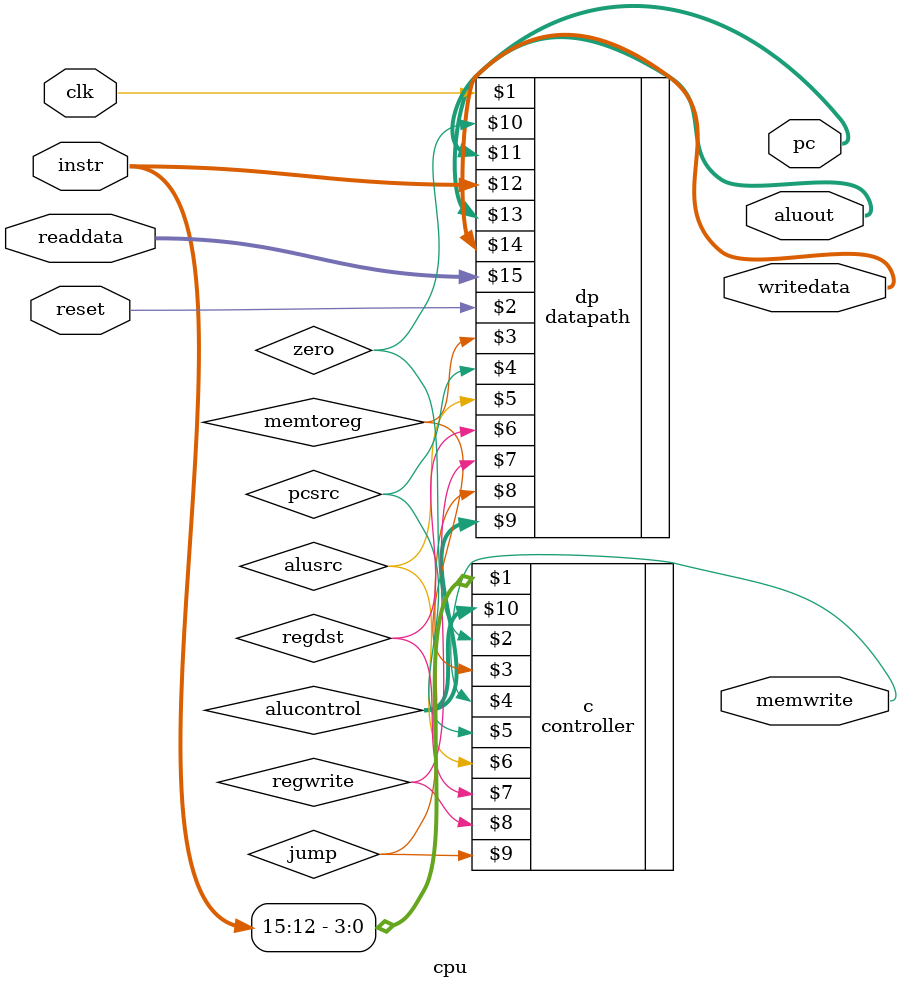
<source format=sv>
`ifndef CPU
`define CPU

module cpu #(parameter DWIDTH = 8, IWIDTH = 16)(
    input  logic              clk, reset,
    output logic [DWIDTH-1:0] pc,
    input  logic [IWIDTH-1:0] instr,
    output logic              memwrite,
    output logic [DWIDTH-1:0] aluout, writedata,
    input  logic [DWIDTH-1:0] readdata
);

  logic       memtoreg, alusrc, regdst, regwrite, jump, pcsrc, zero;
  logic [3:0] alucontrol; 

  controller c(instr[15:12], // opcode in 3 bits
               zero,
               memtoreg, memwrite, pcsrc,
               alusrc, regdst, regwrite, jump,
               alucontrol);
  datapath dp(clk, reset, memtoreg, pcsrc,
              alusrc, regdst, regwrite, jump,
              alucontrol,
              zero, pc, instr,
              aluout, writedata, readdata);
endmodule

`endif // CPU
</source>
